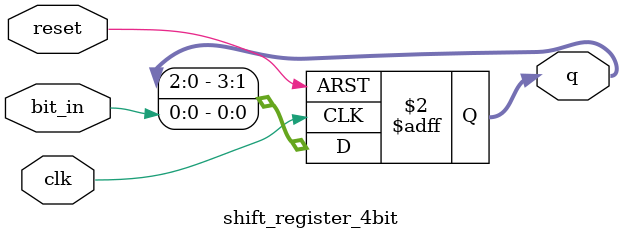
<source format=v>
module shift_register_4bit (
    input wire clk,      
    input wire reset,    
    input wire bit_in,  
    output reg [3:0] q   
);

    always @(posedge clk or posedge reset) begin
        if (reset) begin
            q <= 4'b0000;
        end else begin
            q[0] <= bit_in; 
            q[1] <= q[0];    
            q[2] <= q[1];    
            q[3] <= q[2];    
        end
    end

endmodule
</source>
